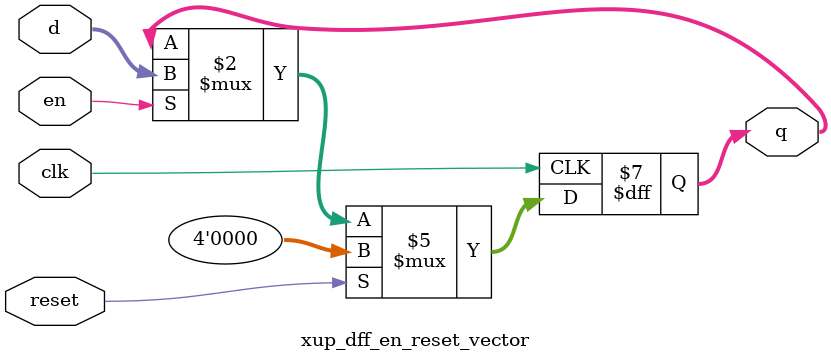
<source format=v>
`timescale 1ns / 1ps
module xup_dff_en_reset_vector #(parameter SIZE = 4 , DELAY = 3)(
   input [SIZE-1:0] d,
   input clk,
   input en,
   input reset,
   output [SIZE-1:0] q
   );
   reg [SIZE-1:0] q;
   
   always @(posedge clk)
   begin 
       if(reset)
           q <= #DELAY 0;
       else if(en)
           q <= #DELAY d;            
   end
   
endmodule

</source>
